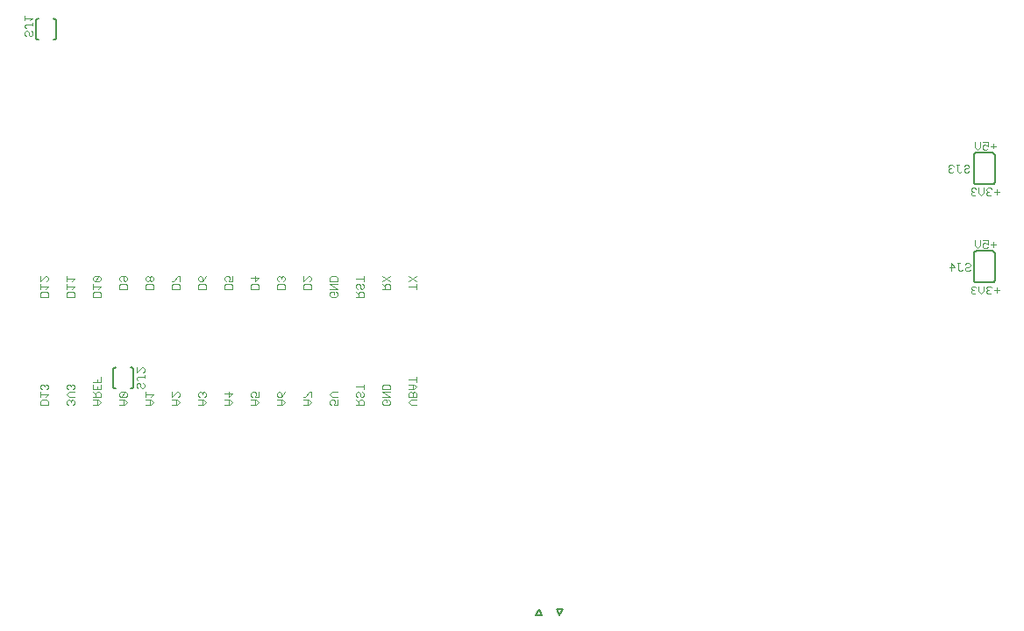
<source format=gbr>
G04 EAGLE Gerber RS-274X export*
G75*
%MOMM*%
%FSLAX34Y34*%
%LPD*%
%INSilkscreen Bottom*%
%IPPOS*%
%AMOC8*
5,1,8,0,0,1.08239X$1,22.5*%
G01*
%ADD10C,0.203200*%
%ADD11C,0.076200*%
%ADD12C,0.152400*%


D10*
X523000Y20000D02*
X517000Y20000D01*
X520000Y14000D01*
X523000Y20000D01*
X503000Y14000D02*
X500000Y20000D01*
X503000Y14000D02*
X497000Y14000D01*
X500000Y20000D01*
D11*
X939672Y422939D02*
X944587Y422939D01*
X942130Y420482D02*
X942130Y425397D01*
X937103Y425397D02*
X935874Y426625D01*
X933417Y426625D01*
X932188Y425397D01*
X932188Y424168D01*
X933417Y422939D01*
X934646Y422939D01*
X933417Y422939D02*
X932188Y421710D01*
X932188Y420482D01*
X933417Y419253D01*
X935874Y419253D01*
X937103Y420482D01*
X929619Y421710D02*
X929619Y426625D01*
X929619Y421710D02*
X927162Y419253D01*
X924704Y421710D01*
X924704Y426625D01*
X922135Y425397D02*
X920906Y426625D01*
X918449Y426625D01*
X917220Y425397D01*
X917220Y424168D01*
X918449Y422939D01*
X919677Y422939D01*
X918449Y422939D02*
X917220Y421710D01*
X917220Y420482D01*
X918449Y419253D01*
X920906Y419253D01*
X922135Y420482D01*
X935930Y467067D02*
X940845Y467067D01*
X938388Y464610D02*
X938388Y469525D01*
X933361Y470753D02*
X928446Y470753D01*
X933361Y470753D02*
X933361Y467067D01*
X930904Y468296D01*
X929675Y468296D01*
X928446Y467067D01*
X928446Y464610D01*
X929675Y463381D01*
X932132Y463381D01*
X933361Y464610D01*
X925877Y465838D02*
X925877Y470753D01*
X925877Y465838D02*
X923420Y463381D01*
X920962Y465838D01*
X920962Y470753D01*
X935930Y372067D02*
X940845Y372067D01*
X938388Y369610D02*
X938388Y374525D01*
X933361Y375753D02*
X928446Y375753D01*
X933361Y375753D02*
X933361Y372067D01*
X930904Y373296D01*
X929675Y373296D01*
X928446Y372067D01*
X928446Y369610D01*
X929675Y368381D01*
X932132Y368381D01*
X933361Y369610D01*
X925877Y370838D02*
X925877Y375753D01*
X925877Y370838D02*
X923420Y368381D01*
X920962Y370838D01*
X920962Y375753D01*
X939672Y327939D02*
X944587Y327939D01*
X942130Y325482D02*
X942130Y330397D01*
X937103Y330397D02*
X935874Y331625D01*
X933417Y331625D01*
X932188Y330397D01*
X932188Y329168D01*
X933417Y327939D01*
X934646Y327939D01*
X933417Y327939D02*
X932188Y326710D01*
X932188Y325482D01*
X933417Y324253D01*
X935874Y324253D01*
X937103Y325482D01*
X929619Y326710D02*
X929619Y331625D01*
X929619Y326710D02*
X927162Y324253D01*
X924704Y326710D01*
X924704Y331625D01*
X922135Y330397D02*
X920906Y331625D01*
X918449Y331625D01*
X917220Y330397D01*
X917220Y329168D01*
X918449Y327939D01*
X919677Y327939D01*
X918449Y327939D02*
X917220Y326710D01*
X917220Y325482D01*
X918449Y324253D01*
X920906Y324253D01*
X922135Y325482D01*
X25889Y216881D02*
X18517Y216881D01*
X18517Y220567D01*
X19746Y221796D01*
X24661Y221796D01*
X25889Y220567D01*
X25889Y216881D01*
X23432Y224365D02*
X25889Y226823D01*
X18517Y226823D01*
X18517Y229280D02*
X18517Y224365D01*
X24661Y231849D02*
X25889Y233078D01*
X25889Y235535D01*
X24661Y236764D01*
X23432Y236764D01*
X22203Y235535D01*
X22203Y234307D01*
X22203Y235535D02*
X20974Y236764D01*
X19746Y236764D01*
X18517Y235535D01*
X18517Y233078D01*
X19746Y231849D01*
X50061Y216881D02*
X51289Y218110D01*
X51289Y220567D01*
X50061Y221796D01*
X48832Y221796D01*
X47603Y220567D01*
X47603Y219338D01*
X47603Y220567D02*
X46374Y221796D01*
X45146Y221796D01*
X43917Y220567D01*
X43917Y218110D01*
X45146Y216881D01*
X46374Y224365D02*
X51289Y224365D01*
X46374Y224365D02*
X43917Y226823D01*
X46374Y229280D01*
X51289Y229280D01*
X50061Y231849D02*
X51289Y233078D01*
X51289Y235535D01*
X50061Y236764D01*
X48832Y236764D01*
X47603Y235535D01*
X47603Y234307D01*
X47603Y235535D02*
X46374Y236764D01*
X45146Y236764D01*
X43917Y235535D01*
X43917Y233078D01*
X45146Y231849D01*
X69317Y216881D02*
X74232Y216881D01*
X76689Y219338D01*
X74232Y221796D01*
X69317Y221796D01*
X73003Y221796D02*
X73003Y216881D01*
X69317Y224365D02*
X76689Y224365D01*
X76689Y228051D01*
X75461Y229280D01*
X73003Y229280D01*
X71774Y228051D01*
X71774Y224365D01*
X71774Y226823D02*
X69317Y229280D01*
X76689Y231849D02*
X76689Y236764D01*
X76689Y231849D02*
X69317Y231849D01*
X69317Y236764D01*
X73003Y234307D02*
X73003Y231849D01*
X69317Y239333D02*
X76689Y239333D01*
X76689Y244248D01*
X73003Y241791D02*
X73003Y239333D01*
X94717Y216881D02*
X99632Y216881D01*
X102089Y219338D01*
X99632Y221796D01*
X94717Y221796D01*
X98403Y221796D02*
X98403Y216881D01*
X95946Y224365D02*
X100861Y224365D01*
X102089Y225594D01*
X102089Y228051D01*
X100861Y229280D01*
X95946Y229280D01*
X94717Y228051D01*
X94717Y225594D01*
X95946Y224365D01*
X100861Y229280D01*
X120117Y216881D02*
X125032Y216881D01*
X127489Y219338D01*
X125032Y221796D01*
X120117Y221796D01*
X123803Y221796D02*
X123803Y216881D01*
X125032Y224365D02*
X127489Y226823D01*
X120117Y226823D01*
X120117Y229280D02*
X120117Y224365D01*
X145517Y216881D02*
X150432Y216881D01*
X152889Y219338D01*
X150432Y221796D01*
X145517Y221796D01*
X149203Y221796D02*
X149203Y216881D01*
X145517Y224365D02*
X145517Y229280D01*
X145517Y224365D02*
X150432Y229280D01*
X151661Y229280D01*
X152889Y228051D01*
X152889Y225594D01*
X151661Y224365D01*
X170917Y216881D02*
X175832Y216881D01*
X178289Y219338D01*
X175832Y221796D01*
X170917Y221796D01*
X174603Y221796D02*
X174603Y216881D01*
X177061Y224365D02*
X178289Y225594D01*
X178289Y228051D01*
X177061Y229280D01*
X175832Y229280D01*
X174603Y228051D01*
X174603Y226823D01*
X174603Y228051D02*
X173374Y229280D01*
X172146Y229280D01*
X170917Y228051D01*
X170917Y225594D01*
X172146Y224365D01*
X196317Y216881D02*
X201232Y216881D01*
X203689Y219338D01*
X201232Y221796D01*
X196317Y221796D01*
X200003Y221796D02*
X200003Y216881D01*
X196317Y228051D02*
X203689Y228051D01*
X200003Y224365D01*
X200003Y229280D01*
X221717Y216881D02*
X226632Y216881D01*
X229089Y219338D01*
X226632Y221796D01*
X221717Y221796D01*
X225403Y221796D02*
X225403Y216881D01*
X229089Y224365D02*
X229089Y229280D01*
X229089Y224365D02*
X225403Y224365D01*
X226632Y226823D01*
X226632Y228051D01*
X225403Y229280D01*
X222946Y229280D01*
X221717Y228051D01*
X221717Y225594D01*
X222946Y224365D01*
X247117Y216881D02*
X252032Y216881D01*
X254489Y219338D01*
X252032Y221796D01*
X247117Y221796D01*
X250803Y221796D02*
X250803Y216881D01*
X253261Y226823D02*
X254489Y229280D01*
X253261Y226823D02*
X250803Y224365D01*
X248346Y224365D01*
X247117Y225594D01*
X247117Y228051D01*
X248346Y229280D01*
X249574Y229280D01*
X250803Y228051D01*
X250803Y224365D01*
X272517Y216881D02*
X277432Y216881D01*
X279889Y219338D01*
X277432Y221796D01*
X272517Y221796D01*
X276203Y221796D02*
X276203Y216881D01*
X279889Y224365D02*
X279889Y229280D01*
X278661Y229280D01*
X273746Y224365D01*
X272517Y224365D01*
X305289Y221796D02*
X305289Y216881D01*
X301603Y216881D01*
X302832Y219338D01*
X302832Y220567D01*
X301603Y221796D01*
X299146Y221796D01*
X297917Y220567D01*
X297917Y218110D01*
X299146Y216881D01*
X300374Y224365D02*
X305289Y224365D01*
X300374Y224365D02*
X297917Y226823D01*
X300374Y229280D01*
X305289Y229280D01*
X323317Y216881D02*
X330689Y216881D01*
X330689Y220567D01*
X329461Y221796D01*
X327003Y221796D01*
X325774Y220567D01*
X325774Y216881D01*
X325774Y219338D02*
X323317Y221796D01*
X330689Y228051D02*
X329461Y229280D01*
X330689Y228051D02*
X330689Y225594D01*
X329461Y224365D01*
X328232Y224365D01*
X327003Y225594D01*
X327003Y228051D01*
X325774Y229280D01*
X324546Y229280D01*
X323317Y228051D01*
X323317Y225594D01*
X324546Y224365D01*
X323317Y234307D02*
X330689Y234307D01*
X330689Y236764D02*
X330689Y231849D01*
X354861Y221796D02*
X356089Y220567D01*
X356089Y218110D01*
X354861Y216881D01*
X349946Y216881D01*
X348717Y218110D01*
X348717Y220567D01*
X349946Y221796D01*
X352403Y221796D01*
X352403Y219338D01*
X348717Y224365D02*
X356089Y224365D01*
X348717Y229280D01*
X356089Y229280D01*
X356089Y231849D02*
X348717Y231849D01*
X348717Y235535D01*
X349946Y236764D01*
X354861Y236764D01*
X356089Y235535D01*
X356089Y231849D01*
X376574Y216881D02*
X381489Y216881D01*
X376574Y216881D02*
X374117Y219338D01*
X376574Y221796D01*
X381489Y221796D01*
X381489Y224365D02*
X374117Y224365D01*
X381489Y224365D02*
X381489Y228051D01*
X380261Y229280D01*
X379032Y229280D01*
X377803Y228051D01*
X376574Y229280D01*
X375346Y229280D01*
X374117Y228051D01*
X374117Y224365D01*
X377803Y224365D02*
X377803Y228051D01*
X379032Y231849D02*
X374117Y231849D01*
X379032Y231849D02*
X381489Y234307D01*
X379032Y236764D01*
X374117Y236764D01*
X377803Y236764D02*
X377803Y231849D01*
X374117Y241791D02*
X381489Y241791D01*
X381489Y244248D02*
X381489Y239333D01*
X25889Y321429D02*
X18517Y321429D01*
X18517Y325115D01*
X19746Y326343D01*
X24661Y326343D01*
X25889Y325115D01*
X25889Y321429D01*
X23432Y328913D02*
X25889Y331370D01*
X18517Y331370D01*
X18517Y328913D02*
X18517Y333828D01*
X18517Y336397D02*
X18517Y341312D01*
X18517Y336397D02*
X23432Y341312D01*
X24661Y341312D01*
X25889Y340083D01*
X25889Y337626D01*
X24661Y336397D01*
X43917Y321429D02*
X51289Y321429D01*
X43917Y321429D02*
X43917Y325115D01*
X45146Y326343D01*
X50061Y326343D01*
X51289Y325115D01*
X51289Y321429D01*
X48832Y328913D02*
X51289Y331370D01*
X43917Y331370D01*
X43917Y328913D02*
X43917Y333828D01*
X48832Y336397D02*
X51289Y338854D01*
X43917Y338854D01*
X43917Y336397D02*
X43917Y341312D01*
X69317Y321429D02*
X76689Y321429D01*
X69317Y321429D02*
X69317Y325115D01*
X70546Y326343D01*
X75461Y326343D01*
X76689Y325115D01*
X76689Y321429D01*
X74232Y328913D02*
X76689Y331370D01*
X69317Y331370D01*
X69317Y328913D02*
X69317Y333828D01*
X70546Y336397D02*
X75461Y336397D01*
X76689Y337626D01*
X76689Y340083D01*
X75461Y341312D01*
X70546Y341312D01*
X69317Y340083D01*
X69317Y337626D01*
X70546Y336397D01*
X75461Y341312D01*
X94717Y328913D02*
X102089Y328913D01*
X94717Y328913D02*
X94717Y332599D01*
X95946Y333828D01*
X100861Y333828D01*
X102089Y332599D01*
X102089Y328913D01*
X95946Y336397D02*
X94717Y337626D01*
X94717Y340083D01*
X95946Y341312D01*
X100861Y341312D01*
X102089Y340083D01*
X102089Y337626D01*
X100861Y336397D01*
X99632Y336397D01*
X98403Y337626D01*
X98403Y341312D01*
X120117Y328913D02*
X127489Y328913D01*
X120117Y328913D02*
X120117Y332599D01*
X121346Y333828D01*
X126261Y333828D01*
X127489Y332599D01*
X127489Y328913D01*
X126261Y336397D02*
X127489Y337626D01*
X127489Y340083D01*
X126261Y341312D01*
X125032Y341312D01*
X123803Y340083D01*
X122574Y341312D01*
X121346Y341312D01*
X120117Y340083D01*
X120117Y337626D01*
X121346Y336397D01*
X122574Y336397D01*
X123803Y337626D01*
X125032Y336397D01*
X126261Y336397D01*
X123803Y337626D02*
X123803Y340083D01*
X145517Y328913D02*
X152889Y328913D01*
X145517Y328913D02*
X145517Y332599D01*
X146746Y333828D01*
X151661Y333828D01*
X152889Y332599D01*
X152889Y328913D01*
X152889Y336397D02*
X152889Y341312D01*
X151661Y341312D01*
X146746Y336397D01*
X145517Y336397D01*
X170917Y328913D02*
X178289Y328913D01*
X170917Y328913D02*
X170917Y332599D01*
X172146Y333828D01*
X177061Y333828D01*
X178289Y332599D01*
X178289Y328913D01*
X177061Y338854D02*
X178289Y341312D01*
X177061Y338854D02*
X174603Y336397D01*
X172146Y336397D01*
X170917Y337626D01*
X170917Y340083D01*
X172146Y341312D01*
X173374Y341312D01*
X174603Y340083D01*
X174603Y336397D01*
X196317Y328913D02*
X203689Y328913D01*
X196317Y328913D02*
X196317Y332599D01*
X197546Y333828D01*
X202461Y333828D01*
X203689Y332599D01*
X203689Y328913D01*
X203689Y336397D02*
X203689Y341312D01*
X203689Y336397D02*
X200003Y336397D01*
X201232Y338854D01*
X201232Y340083D01*
X200003Y341312D01*
X197546Y341312D01*
X196317Y340083D01*
X196317Y337626D01*
X197546Y336397D01*
X221717Y328913D02*
X229089Y328913D01*
X221717Y328913D02*
X221717Y332599D01*
X222946Y333828D01*
X227861Y333828D01*
X229089Y332599D01*
X229089Y328913D01*
X229089Y340083D02*
X221717Y340083D01*
X225403Y336397D02*
X229089Y340083D01*
X225403Y341312D02*
X225403Y336397D01*
X247117Y328913D02*
X254489Y328913D01*
X247117Y328913D02*
X247117Y332599D01*
X248346Y333828D01*
X253261Y333828D01*
X254489Y332599D01*
X254489Y328913D01*
X253261Y336397D02*
X254489Y337626D01*
X254489Y340083D01*
X253261Y341312D01*
X252032Y341312D01*
X250803Y340083D01*
X250803Y338854D01*
X250803Y340083D02*
X249574Y341312D01*
X248346Y341312D01*
X247117Y340083D01*
X247117Y337626D01*
X248346Y336397D01*
X272517Y328913D02*
X279889Y328913D01*
X272517Y328913D02*
X272517Y332599D01*
X273746Y333828D01*
X278661Y333828D01*
X279889Y332599D01*
X279889Y328913D01*
X272517Y336397D02*
X272517Y341312D01*
X272517Y336397D02*
X277432Y341312D01*
X278661Y341312D01*
X279889Y340083D01*
X279889Y337626D01*
X278661Y336397D01*
X304061Y326343D02*
X305289Y325115D01*
X305289Y322657D01*
X304061Y321429D01*
X299146Y321429D01*
X297917Y322657D01*
X297917Y325115D01*
X299146Y326343D01*
X301603Y326343D01*
X301603Y323886D01*
X297917Y328913D02*
X305289Y328913D01*
X297917Y333828D01*
X305289Y333828D01*
X305289Y336397D02*
X297917Y336397D01*
X297917Y340083D01*
X299146Y341312D01*
X304061Y341312D01*
X305289Y340083D01*
X305289Y336397D01*
X323317Y321429D02*
X330689Y321429D01*
X330689Y325115D01*
X329461Y326343D01*
X327003Y326343D01*
X325774Y325115D01*
X325774Y321429D01*
X325774Y323886D02*
X323317Y326343D01*
X330689Y332599D02*
X329461Y333828D01*
X330689Y332599D02*
X330689Y330141D01*
X329461Y328913D01*
X328232Y328913D01*
X327003Y330141D01*
X327003Y332599D01*
X325774Y333828D01*
X324546Y333828D01*
X323317Y332599D01*
X323317Y330141D01*
X324546Y328913D01*
X323317Y338854D02*
X330689Y338854D01*
X330689Y336397D02*
X330689Y341312D01*
X348717Y328913D02*
X356089Y328913D01*
X356089Y332599D01*
X354861Y333828D01*
X352403Y333828D01*
X351174Y332599D01*
X351174Y328913D01*
X351174Y331370D02*
X348717Y333828D01*
X348717Y341312D02*
X356089Y336397D01*
X356089Y341312D02*
X348717Y336397D01*
X374117Y331370D02*
X381489Y331370D01*
X381489Y328913D02*
X381489Y333828D01*
X381489Y336397D02*
X374117Y341312D01*
X374117Y336397D02*
X381489Y341312D01*
D10*
X33800Y572000D02*
X33800Y588000D01*
X16800Y570000D02*
X16702Y569982D01*
X16602Y569968D01*
X16503Y569958D01*
X16403Y569952D01*
X16303Y569950D01*
X16203Y569952D01*
X16103Y569958D01*
X16003Y569967D01*
X15904Y569981D01*
X15805Y569998D01*
X15707Y570020D01*
X15610Y570045D01*
X15515Y570074D01*
X15420Y570107D01*
X15327Y570143D01*
X15235Y570183D01*
X15145Y570227D01*
X15056Y570274D01*
X14970Y570324D01*
X14886Y570378D01*
X14803Y570435D01*
X14723Y570496D01*
X14646Y570559D01*
X14571Y570626D01*
X14499Y570695D01*
X14429Y570767D01*
X14363Y570842D01*
X14299Y570919D01*
X14239Y570999D01*
X14181Y571081D01*
X14127Y571165D01*
X14076Y571252D01*
X14029Y571340D01*
X13985Y571430D01*
X13945Y571522D01*
X13909Y571615D01*
X13876Y571709D01*
X13846Y571805D01*
X13821Y571902D01*
X13800Y572000D01*
X13800Y588000D02*
X13821Y588098D01*
X13846Y588195D01*
X13876Y588291D01*
X13909Y588385D01*
X13945Y588478D01*
X13985Y588570D01*
X14029Y588660D01*
X14076Y588748D01*
X14127Y588835D01*
X14181Y588919D01*
X14239Y589001D01*
X14299Y589081D01*
X14363Y589158D01*
X14429Y589233D01*
X14499Y589305D01*
X14571Y589374D01*
X14646Y589441D01*
X14723Y589504D01*
X14803Y589565D01*
X14886Y589622D01*
X14970Y589676D01*
X15056Y589726D01*
X15145Y589773D01*
X15235Y589817D01*
X15327Y589857D01*
X15420Y589893D01*
X15515Y589926D01*
X15610Y589955D01*
X15707Y589980D01*
X15805Y590002D01*
X15904Y590019D01*
X16003Y590033D01*
X16103Y590042D01*
X16203Y590048D01*
X16303Y590050D01*
X16403Y590048D01*
X16503Y590042D01*
X16602Y590032D01*
X16702Y590018D01*
X16800Y590000D01*
X30800Y590000D02*
X30898Y590018D01*
X30998Y590032D01*
X31097Y590042D01*
X31197Y590048D01*
X31297Y590050D01*
X31397Y590048D01*
X31497Y590042D01*
X31597Y590033D01*
X31696Y590019D01*
X31795Y590002D01*
X31893Y589980D01*
X31990Y589955D01*
X32085Y589926D01*
X32180Y589893D01*
X32273Y589857D01*
X32365Y589817D01*
X32455Y589773D01*
X32544Y589726D01*
X32630Y589676D01*
X32714Y589622D01*
X32797Y589565D01*
X32877Y589504D01*
X32954Y589441D01*
X33029Y589374D01*
X33101Y589305D01*
X33171Y589233D01*
X33237Y589158D01*
X33301Y589081D01*
X33361Y589001D01*
X33419Y588919D01*
X33473Y588835D01*
X33524Y588748D01*
X33571Y588660D01*
X33615Y588570D01*
X33655Y588478D01*
X33691Y588385D01*
X33724Y588291D01*
X33754Y588195D01*
X33779Y588098D01*
X33800Y588000D01*
X33800Y572000D02*
X33779Y571902D01*
X33754Y571805D01*
X33724Y571709D01*
X33691Y571615D01*
X33655Y571522D01*
X33615Y571430D01*
X33571Y571340D01*
X33524Y571252D01*
X33473Y571165D01*
X33419Y571081D01*
X33361Y570999D01*
X33301Y570919D01*
X33237Y570842D01*
X33171Y570767D01*
X33101Y570695D01*
X33029Y570626D01*
X32954Y570559D01*
X32877Y570496D01*
X32797Y570435D01*
X32714Y570378D01*
X32630Y570324D01*
X32544Y570274D01*
X32455Y570227D01*
X32365Y570183D01*
X32273Y570143D01*
X32180Y570107D01*
X32085Y570074D01*
X31990Y570045D01*
X31893Y570020D01*
X31795Y569998D01*
X31696Y569981D01*
X31597Y569967D01*
X31497Y569958D01*
X31397Y569952D01*
X31297Y569950D01*
X31197Y569952D01*
X31097Y569958D01*
X30998Y569968D01*
X30898Y569982D01*
X30800Y570000D01*
X13800Y572000D02*
X13800Y588000D01*
D11*
X9497Y578150D02*
X10725Y576921D01*
X10725Y574463D01*
X9497Y573235D01*
X8268Y573235D01*
X7039Y574463D01*
X7039Y576921D01*
X5810Y578150D01*
X4582Y578150D01*
X3353Y576921D01*
X3353Y574463D01*
X4582Y573235D01*
X4582Y580719D02*
X3353Y581948D01*
X3353Y583176D01*
X4582Y584405D01*
X10725Y584405D01*
X10725Y583176D02*
X10725Y585634D01*
X8268Y588203D02*
X10725Y590660D01*
X3353Y590660D01*
X3353Y588203D02*
X3353Y593118D01*
D10*
X88400Y251000D02*
X88400Y235000D01*
X105400Y253000D02*
X105498Y253018D01*
X105598Y253032D01*
X105697Y253042D01*
X105797Y253048D01*
X105897Y253050D01*
X105997Y253048D01*
X106097Y253042D01*
X106197Y253033D01*
X106296Y253019D01*
X106395Y253002D01*
X106493Y252980D01*
X106590Y252955D01*
X106685Y252926D01*
X106780Y252893D01*
X106873Y252857D01*
X106965Y252817D01*
X107055Y252773D01*
X107144Y252726D01*
X107230Y252676D01*
X107314Y252622D01*
X107397Y252565D01*
X107477Y252504D01*
X107554Y252441D01*
X107629Y252374D01*
X107701Y252305D01*
X107771Y252233D01*
X107837Y252158D01*
X107901Y252081D01*
X107961Y252001D01*
X108019Y251919D01*
X108073Y251835D01*
X108124Y251748D01*
X108171Y251660D01*
X108215Y251570D01*
X108255Y251478D01*
X108291Y251385D01*
X108324Y251291D01*
X108354Y251195D01*
X108379Y251098D01*
X108400Y251000D01*
X108400Y235000D02*
X108379Y234902D01*
X108354Y234805D01*
X108324Y234709D01*
X108291Y234615D01*
X108255Y234522D01*
X108215Y234430D01*
X108171Y234340D01*
X108124Y234252D01*
X108073Y234165D01*
X108019Y234081D01*
X107961Y233999D01*
X107901Y233919D01*
X107837Y233842D01*
X107771Y233767D01*
X107701Y233695D01*
X107629Y233626D01*
X107554Y233559D01*
X107477Y233496D01*
X107397Y233435D01*
X107314Y233378D01*
X107230Y233324D01*
X107144Y233274D01*
X107055Y233227D01*
X106965Y233183D01*
X106873Y233143D01*
X106780Y233107D01*
X106685Y233074D01*
X106590Y233045D01*
X106493Y233020D01*
X106395Y232998D01*
X106296Y232981D01*
X106197Y232967D01*
X106097Y232958D01*
X105997Y232952D01*
X105897Y232950D01*
X105797Y232952D01*
X105697Y232958D01*
X105598Y232968D01*
X105498Y232982D01*
X105400Y233000D01*
X91400Y233000D02*
X91302Y232982D01*
X91202Y232968D01*
X91103Y232958D01*
X91003Y232952D01*
X90903Y232950D01*
X90803Y232952D01*
X90703Y232958D01*
X90603Y232967D01*
X90504Y232981D01*
X90405Y232998D01*
X90307Y233020D01*
X90210Y233045D01*
X90115Y233074D01*
X90020Y233107D01*
X89927Y233143D01*
X89835Y233183D01*
X89745Y233227D01*
X89656Y233274D01*
X89570Y233324D01*
X89486Y233378D01*
X89403Y233435D01*
X89323Y233496D01*
X89246Y233559D01*
X89171Y233626D01*
X89099Y233695D01*
X89029Y233767D01*
X88963Y233842D01*
X88899Y233919D01*
X88839Y233999D01*
X88781Y234081D01*
X88727Y234165D01*
X88676Y234252D01*
X88629Y234340D01*
X88585Y234430D01*
X88545Y234522D01*
X88509Y234615D01*
X88476Y234709D01*
X88446Y234805D01*
X88421Y234902D01*
X88400Y235000D01*
X88400Y251000D02*
X88421Y251098D01*
X88446Y251195D01*
X88476Y251291D01*
X88509Y251385D01*
X88545Y251478D01*
X88585Y251570D01*
X88629Y251660D01*
X88676Y251748D01*
X88727Y251835D01*
X88781Y251919D01*
X88839Y252001D01*
X88899Y252081D01*
X88963Y252158D01*
X89029Y252233D01*
X89099Y252305D01*
X89171Y252374D01*
X89246Y252441D01*
X89323Y252504D01*
X89403Y252565D01*
X89486Y252622D01*
X89570Y252676D01*
X89656Y252726D01*
X89745Y252773D01*
X89835Y252817D01*
X89927Y252857D01*
X90020Y252893D01*
X90115Y252926D01*
X90210Y252955D01*
X90307Y252980D01*
X90405Y253002D01*
X90504Y253019D01*
X90603Y253033D01*
X90703Y253042D01*
X90803Y253048D01*
X90903Y253050D01*
X91003Y253048D01*
X91103Y253042D01*
X91202Y253032D01*
X91302Y253018D01*
X91400Y253000D01*
X108400Y251000D02*
X108400Y235000D01*
D11*
X117625Y237990D02*
X118853Y236761D01*
X118853Y234303D01*
X117625Y233075D01*
X116396Y233075D01*
X115167Y234303D01*
X115167Y236761D01*
X113938Y237990D01*
X112710Y237990D01*
X111481Y236761D01*
X111481Y234303D01*
X112710Y233075D01*
X112710Y240559D02*
X111481Y241788D01*
X111481Y243016D01*
X112710Y244245D01*
X118853Y244245D01*
X118853Y243016D02*
X118853Y245474D01*
X111481Y248043D02*
X111481Y252958D01*
X111481Y248043D02*
X116396Y252958D01*
X117625Y252958D01*
X118853Y251729D01*
X118853Y249272D01*
X117625Y248043D01*
D12*
X940160Y432700D02*
X940160Y458100D01*
X919840Y432700D02*
X919842Y432600D01*
X919848Y432501D01*
X919858Y432401D01*
X919871Y432303D01*
X919889Y432204D01*
X919910Y432107D01*
X919935Y432011D01*
X919964Y431915D01*
X919997Y431821D01*
X920033Y431728D01*
X920073Y431637D01*
X920117Y431547D01*
X920164Y431459D01*
X920214Y431373D01*
X920268Y431289D01*
X920325Y431207D01*
X920385Y431128D01*
X920449Y431050D01*
X920515Y430976D01*
X920584Y430904D01*
X920656Y430835D01*
X920730Y430769D01*
X920808Y430705D01*
X920887Y430645D01*
X920969Y430588D01*
X921053Y430534D01*
X921139Y430484D01*
X921227Y430437D01*
X921317Y430393D01*
X921408Y430353D01*
X921501Y430317D01*
X921595Y430284D01*
X921691Y430255D01*
X921787Y430230D01*
X921884Y430209D01*
X921983Y430191D01*
X922081Y430178D01*
X922181Y430168D01*
X922280Y430162D01*
X922380Y430160D01*
X919840Y458100D02*
X919842Y458200D01*
X919848Y458299D01*
X919858Y458399D01*
X919871Y458497D01*
X919889Y458596D01*
X919910Y458693D01*
X919935Y458789D01*
X919964Y458885D01*
X919997Y458979D01*
X920033Y459072D01*
X920073Y459163D01*
X920117Y459253D01*
X920164Y459341D01*
X920214Y459427D01*
X920268Y459511D01*
X920325Y459593D01*
X920385Y459672D01*
X920449Y459750D01*
X920515Y459824D01*
X920584Y459896D01*
X920656Y459965D01*
X920730Y460031D01*
X920808Y460095D01*
X920887Y460155D01*
X920969Y460212D01*
X921053Y460266D01*
X921139Y460316D01*
X921227Y460363D01*
X921317Y460407D01*
X921408Y460447D01*
X921501Y460483D01*
X921595Y460516D01*
X921691Y460545D01*
X921787Y460570D01*
X921884Y460591D01*
X921983Y460609D01*
X922081Y460622D01*
X922181Y460632D01*
X922280Y460638D01*
X922380Y460640D01*
X937620Y460640D02*
X937720Y460638D01*
X937819Y460632D01*
X937919Y460622D01*
X938017Y460609D01*
X938116Y460591D01*
X938213Y460570D01*
X938309Y460545D01*
X938405Y460516D01*
X938499Y460483D01*
X938592Y460447D01*
X938683Y460407D01*
X938773Y460363D01*
X938861Y460316D01*
X938947Y460266D01*
X939031Y460212D01*
X939113Y460155D01*
X939192Y460095D01*
X939270Y460031D01*
X939344Y459965D01*
X939416Y459896D01*
X939485Y459824D01*
X939551Y459750D01*
X939615Y459672D01*
X939675Y459593D01*
X939732Y459511D01*
X939786Y459427D01*
X939836Y459341D01*
X939883Y459253D01*
X939927Y459163D01*
X939967Y459072D01*
X940003Y458979D01*
X940036Y458885D01*
X940065Y458789D01*
X940090Y458693D01*
X940111Y458596D01*
X940129Y458497D01*
X940142Y458399D01*
X940152Y458299D01*
X940158Y458200D01*
X940160Y458100D01*
X940160Y432700D02*
X940158Y432600D01*
X940152Y432501D01*
X940142Y432401D01*
X940129Y432303D01*
X940111Y432204D01*
X940090Y432107D01*
X940065Y432011D01*
X940036Y431915D01*
X940003Y431821D01*
X939967Y431728D01*
X939927Y431637D01*
X939883Y431547D01*
X939836Y431459D01*
X939786Y431373D01*
X939732Y431289D01*
X939675Y431207D01*
X939615Y431128D01*
X939551Y431050D01*
X939485Y430976D01*
X939416Y430904D01*
X939344Y430835D01*
X939270Y430769D01*
X939192Y430705D01*
X939113Y430645D01*
X939031Y430588D01*
X938947Y430534D01*
X938861Y430484D01*
X938773Y430437D01*
X938683Y430393D01*
X938592Y430353D01*
X938499Y430317D01*
X938405Y430284D01*
X938309Y430255D01*
X938213Y430230D01*
X938116Y430209D01*
X938017Y430191D01*
X937919Y430178D01*
X937819Y430168D01*
X937720Y430162D01*
X937620Y430160D01*
X922380Y430160D01*
X922380Y460640D02*
X937620Y460640D01*
X919840Y458100D02*
X919840Y432700D01*
D11*
X910404Y447561D02*
X911633Y448789D01*
X914090Y448789D01*
X915319Y447561D01*
X915319Y446332D01*
X914090Y445103D01*
X911633Y445103D01*
X910404Y443874D01*
X910404Y442646D01*
X911633Y441417D01*
X914090Y441417D01*
X915319Y442646D01*
X907835Y442646D02*
X906606Y441417D01*
X905377Y441417D01*
X904149Y442646D01*
X904149Y448789D01*
X905377Y448789D02*
X902920Y448789D01*
X900351Y447561D02*
X899122Y448789D01*
X896665Y448789D01*
X895436Y447561D01*
X895436Y446332D01*
X896665Y445103D01*
X897893Y445103D01*
X896665Y445103D02*
X895436Y443874D01*
X895436Y442646D01*
X896665Y441417D01*
X899122Y441417D01*
X900351Y442646D01*
D12*
X940160Y363100D02*
X940160Y337700D01*
X922380Y335160D02*
X922280Y335162D01*
X922181Y335168D01*
X922081Y335178D01*
X921983Y335191D01*
X921884Y335209D01*
X921787Y335230D01*
X921691Y335255D01*
X921595Y335284D01*
X921501Y335317D01*
X921408Y335353D01*
X921317Y335393D01*
X921227Y335437D01*
X921139Y335484D01*
X921053Y335534D01*
X920969Y335588D01*
X920887Y335645D01*
X920808Y335705D01*
X920730Y335769D01*
X920656Y335835D01*
X920584Y335904D01*
X920515Y335976D01*
X920449Y336050D01*
X920385Y336128D01*
X920325Y336207D01*
X920268Y336289D01*
X920214Y336373D01*
X920164Y336459D01*
X920117Y336547D01*
X920073Y336637D01*
X920033Y336728D01*
X919997Y336821D01*
X919964Y336915D01*
X919935Y337011D01*
X919910Y337107D01*
X919889Y337204D01*
X919871Y337303D01*
X919858Y337401D01*
X919848Y337501D01*
X919842Y337600D01*
X919840Y337700D01*
X919840Y363100D02*
X919842Y363200D01*
X919848Y363299D01*
X919858Y363399D01*
X919871Y363497D01*
X919889Y363596D01*
X919910Y363693D01*
X919935Y363789D01*
X919964Y363885D01*
X919997Y363979D01*
X920033Y364072D01*
X920073Y364163D01*
X920117Y364253D01*
X920164Y364341D01*
X920214Y364427D01*
X920268Y364511D01*
X920325Y364593D01*
X920385Y364672D01*
X920449Y364750D01*
X920515Y364824D01*
X920584Y364896D01*
X920656Y364965D01*
X920730Y365031D01*
X920808Y365095D01*
X920887Y365155D01*
X920969Y365212D01*
X921053Y365266D01*
X921139Y365316D01*
X921227Y365363D01*
X921317Y365407D01*
X921408Y365447D01*
X921501Y365483D01*
X921595Y365516D01*
X921691Y365545D01*
X921787Y365570D01*
X921884Y365591D01*
X921983Y365609D01*
X922081Y365622D01*
X922181Y365632D01*
X922280Y365638D01*
X922380Y365640D01*
X937620Y365640D02*
X937720Y365638D01*
X937819Y365632D01*
X937919Y365622D01*
X938017Y365609D01*
X938116Y365591D01*
X938213Y365570D01*
X938309Y365545D01*
X938405Y365516D01*
X938499Y365483D01*
X938592Y365447D01*
X938683Y365407D01*
X938773Y365363D01*
X938861Y365316D01*
X938947Y365266D01*
X939031Y365212D01*
X939113Y365155D01*
X939192Y365095D01*
X939270Y365031D01*
X939344Y364965D01*
X939416Y364896D01*
X939485Y364824D01*
X939551Y364750D01*
X939615Y364672D01*
X939675Y364593D01*
X939732Y364511D01*
X939786Y364427D01*
X939836Y364341D01*
X939883Y364253D01*
X939927Y364163D01*
X939967Y364072D01*
X940003Y363979D01*
X940036Y363885D01*
X940065Y363789D01*
X940090Y363693D01*
X940111Y363596D01*
X940129Y363497D01*
X940142Y363399D01*
X940152Y363299D01*
X940158Y363200D01*
X940160Y363100D01*
X940160Y337700D02*
X940158Y337600D01*
X940152Y337501D01*
X940142Y337401D01*
X940129Y337303D01*
X940111Y337204D01*
X940090Y337107D01*
X940065Y337011D01*
X940036Y336915D01*
X940003Y336821D01*
X939967Y336728D01*
X939927Y336637D01*
X939883Y336547D01*
X939836Y336459D01*
X939786Y336373D01*
X939732Y336289D01*
X939675Y336207D01*
X939615Y336128D01*
X939551Y336050D01*
X939485Y335976D01*
X939416Y335904D01*
X939344Y335835D01*
X939270Y335769D01*
X939192Y335705D01*
X939113Y335645D01*
X939031Y335588D01*
X938947Y335534D01*
X938861Y335484D01*
X938773Y335437D01*
X938683Y335393D01*
X938592Y335353D01*
X938499Y335317D01*
X938405Y335284D01*
X938309Y335255D01*
X938213Y335230D01*
X938116Y335209D01*
X938017Y335191D01*
X937919Y335178D01*
X937819Y335168D01*
X937720Y335162D01*
X937620Y335160D01*
X922380Y335160D01*
X922380Y365640D02*
X937620Y365640D01*
X919840Y363100D02*
X919840Y337700D01*
D11*
X911404Y352561D02*
X912633Y353789D01*
X915090Y353789D01*
X916319Y352561D01*
X916319Y351332D01*
X915090Y350103D01*
X912633Y350103D01*
X911404Y348874D01*
X911404Y347646D01*
X912633Y346417D01*
X915090Y346417D01*
X916319Y347646D01*
X908835Y347646D02*
X907606Y346417D01*
X906377Y346417D01*
X905149Y347646D01*
X905149Y353789D01*
X906377Y353789D02*
X903920Y353789D01*
X897665Y353789D02*
X897665Y346417D01*
X901351Y350103D02*
X897665Y353789D01*
X896436Y350103D02*
X901351Y350103D01*
M02*

</source>
